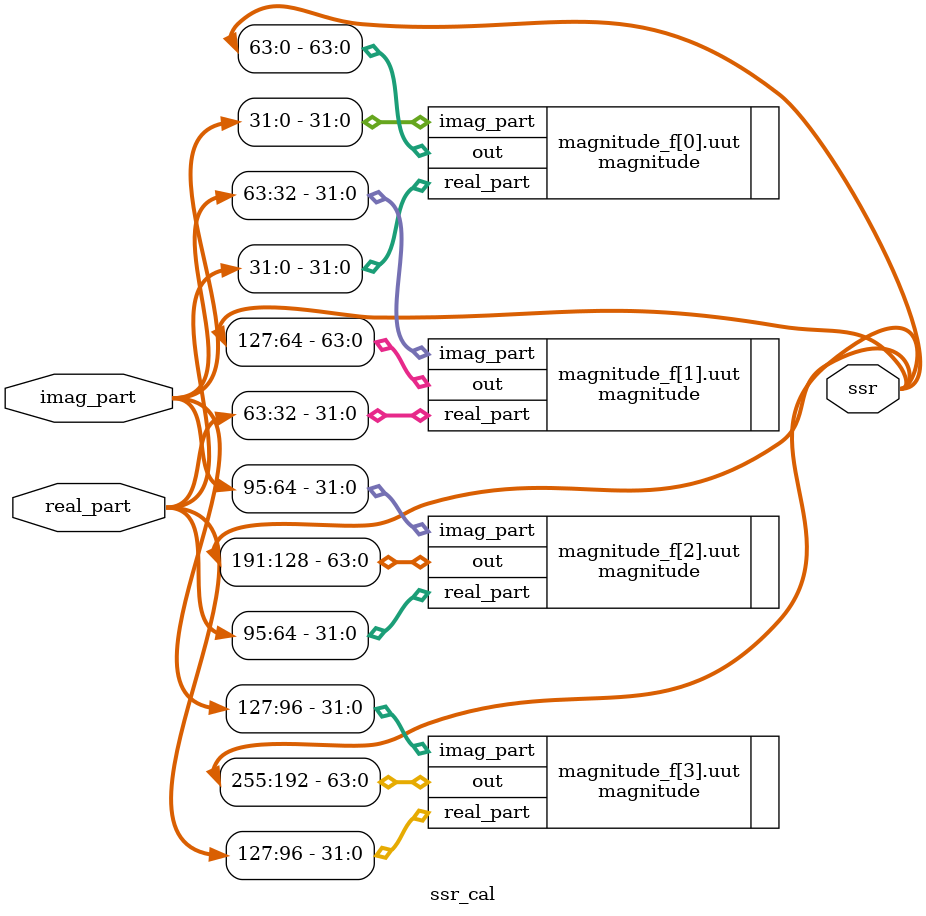
<source format=v>
module ssr_cal #
    (
        parameter DATA_WIDTH = 32,
        parameter ANTENA_NUM = 4
    )
    (
        input signed [ANTENA_NUM*DATA_WIDTH-1:0] real_part,
        input signed [ANTENA_NUM*DATA_WIDTH-1:0] imag_part,

        output signed [2*ANTENA_NUM*DATA_WIDTH-1:0] ssr
    );

    genvar i;
    generate
        for(i=0;i<ANTENA_NUM;i=i+1) begin:magnitude_f
            magnitude #
            (
                .DATA_WIDTH(DATA_WIDTH)
            )
            uut
            (
                .real_part( real_part[DATA_WIDTH*(i+1)-1 : DATA_WIDTH*i] ),
                .imag_part( imag_part[DATA_WIDTH*(i+1)-1 : DATA_WIDTH*i] ),
                .out( ssr[2*DATA_WIDTH*(i+1)-1 : 2*DATA_WIDTH*i] )
            );
        end
        
    endgenerate
endmodule
</source>
